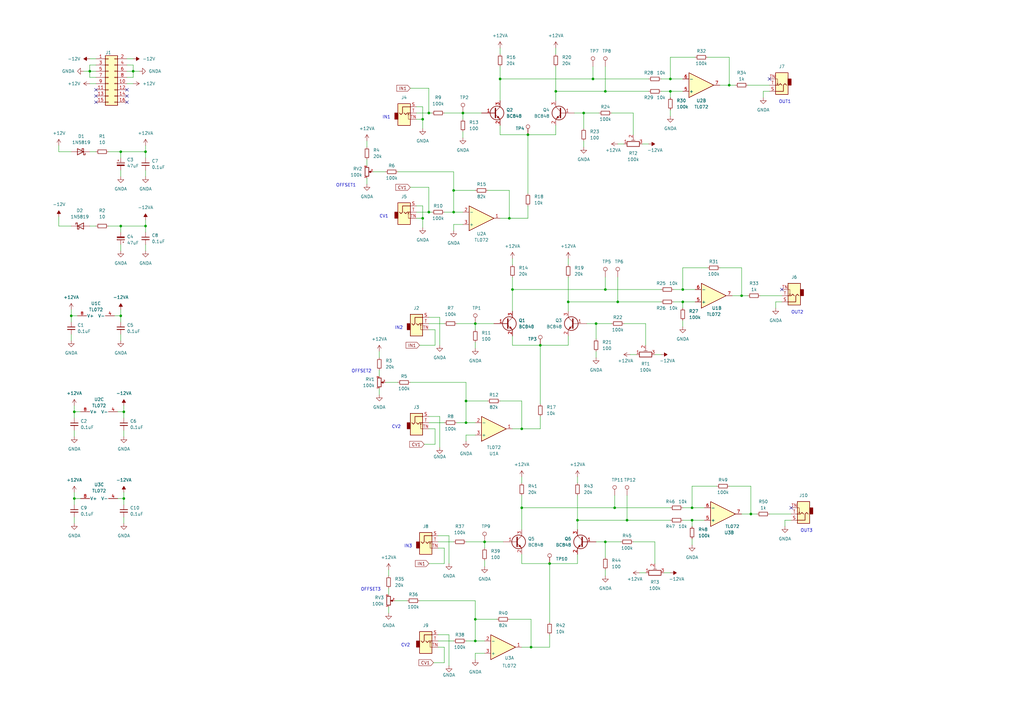
<source format=kicad_sch>
(kicad_sch (version 20211123) (generator eeschema)
  (paper "A3")
  (title_block (title "RAW VCA") (date "2022-04-07") (rev "v1.1") (company "sebmorgal@gmail.com"))
  (junction (at 186.055 86.995))
  (junction (at 173.355 89.535))
  (junction (at 280.035 118.745))
  (junction (at 175.895 46.355))
  (junction (at 189.865 46.355))
  (junction (at 29.21 129.54))
  (junction (at 173.355 48.895))
  (junction (at 217.805 265.43))
  (junction (at 274.955 32.385))
  (junction (at 213.995 175.895))
  (junction (at 216.535 55.245))
  (junction (at 299.085 34.925))
  (junction (at 210.185 118.745))
  (junction (at 191.135 173.355))
  (junction (at 198.755 222.25))
  (junction (at 205.105 32.385))
  (junction (at 49.53 129.54))
  (junction (at 175.895 86.995))
  (junction (at 194.945 254))
  (junction (at 208.915 89.535))
  (junction (at 186.055 78.105))
  (junction (at 225.425 231.14))
  (junction (at 49.53 92.71))
  (junction (at 49.53 62.23))
  (junction (at 50.8 168.91))
  (junction (at 50.8 204.47))
  (junction (at 213.995 208.28))
  (junction (at 244.475 132.715))
  (junction (at 36.83 29.21))
  (junction (at 248.285 37.465))
  (junction (at 304.165 121.285))
  (junction (at 307.975 210.82))
  (junction (at 191.135 164.465))
  (junction (at 59.69 62.23))
  (junction (at 194.945 262.89))
  (junction (at 59.69 92.71))
  (junction (at 248.285 118.745))
  (junction (at 239.395 46.355))
  (junction (at 252.095 208.28))
  (junction (at 227.965 37.465))
  (junction (at 283.845 213.36))
  (junction (at 30.48 168.91))
  (junction (at 280.035 123.825))
  (junction (at 233.045 123.825))
  (junction (at 283.845 208.28))
  (junction (at 194.945 132.715))
  (junction (at 221.615 141.605))
  (junction (at 257.175 213.36))
  (junction (at 274.955 37.465))
  (junction (at 243.205 32.385))
  (junction (at 248.285 222.25))
  (junction (at 253.365 123.825))
  (junction (at 54.61 29.21))
  (junction (at 30.48 204.47))
  (junction (at 236.855 213.36))
  (no_connect (at 39.37 36.83))
  (no_connect (at 324.485 208.28))
  (no_connect (at 52.07 41.91))
  (no_connect (at 315.595 32.385))
  (no_connect (at 39.37 39.37))
  (no_connect (at 52.07 39.37))
  (no_connect (at 52.07 36.83))
  (no_connect (at 39.37 41.91))
  (no_connect (at 320.675 118.745))
  (wire (pts (xy 191.135 173.355) (xy 194.945 173.355)))
  (wire (pts (xy 170.815 89.535) (xy 173.355 89.535)))
  (wire (pts (xy 198.755 222.25) (xy 206.375 222.25)))
  (wire (pts (xy 248.285 118.745) (xy 271.145 118.745)))
  (wire (pts (xy 259.715 222.25) (xy 268.605 222.25)))
  (wire (pts (xy 233.045 123.825) (xy 233.045 127.635)))
  (wire (pts (xy 295.275 109.855) (xy 304.165 109.855)))
  (wire (pts (xy 248.285 27.305) (xy 248.285 37.465)))
  (wire (pts (xy 283.845 199.39) (xy 283.845 208.28)))
  (wire (pts (xy 225.425 265.43) (xy 217.805 265.43)))
  (wire (pts (xy 217.805 265.43) (xy 213.995 265.43)))
  (wire (pts (xy 175.895 130.175) (xy 180.34 130.175)))
  (wire (pts (xy 182.245 46.355) (xy 189.865 46.355)))
  (wire (pts (xy 268.605 222.25) (xy 268.605 231.14)))
  (wire (pts (xy 210.185 137.795) (xy 210.185 141.605)))
  (wire (pts (xy 236.855 231.14) (xy 236.855 227.33)))
  (wire (pts (xy 250.825 46.355) (xy 259.715 46.355)))
  (wire (pts (xy 30.48 166.37) (xy 30.48 168.91)))
  (wire (pts (xy 321.945 213.36) (xy 321.945 215.9)))
  (wire (pts (xy 307.975 210.82) (xy 304.165 210.82)))
  (wire (pts (xy 180.34 130.175) (xy 180.34 141.605)))
  (wire (pts (xy 221.615 141.605) (xy 233.045 141.605)))
  (wire (pts (xy 155.575 159.385) (xy 155.575 161.925)))
  (wire (pts (xy 213.995 203.2) (xy 213.995 208.28)))
  (wire (pts (xy 264.795 132.715) (xy 264.795 141.605)))
  (wire (pts (xy 50.8 204.47) (xy 50.8 207.01)))
  (wire (pts (xy 168.275 36.195) (xy 175.895 36.195)))
  (wire (pts (xy 52.07 34.29) (xy 54.61 34.29)))
  (wire (pts (xy 150.495 57.785) (xy 150.495 60.325)))
  (wire (pts (xy 198.755 267.97) (xy 194.945 267.97)))
  (wire (pts (xy 253.365 59.055) (xy 255.905 59.055)))
  (wire (pts (xy 186.055 86.995) (xy 189.865 86.995)))
  (wire (pts (xy 255.905 132.715) (xy 264.795 132.715)))
  (wire (pts (xy 179.705 262.89) (xy 186.055 262.89)))
  (wire (pts (xy 307.975 199.39) (xy 307.975 210.82)))
  (wire (pts (xy 175.895 135.255) (xy 178.435 135.255)))
  (wire (pts (xy 205.105 32.385) (xy 243.205 32.385)))
  (wire (pts (xy 307.975 210.82) (xy 310.515 210.82)))
  (wire (pts (xy 227.965 19.685) (xy 227.965 22.225)))
  (wire (pts (xy 175.895 76.835) (xy 175.895 86.995)))
  (wire (pts (xy 175.895 173.355) (xy 182.245 173.355)))
  (wire (pts (xy 189.865 53.975) (xy 189.865 56.515)))
  (wire (pts (xy 280.035 213.36) (xy 283.845 213.36)))
  (wire (pts (xy 50.8 166.37) (xy 50.8 168.91)))
  (wire (pts (xy 194.945 254) (xy 194.945 262.89)))
  (wire (pts (xy 227.965 27.305) (xy 227.965 37.465)))
  (wire (pts (xy 179.705 265.43) (xy 182.245 265.43)))
  (wire (pts (xy 274.955 45.085) (xy 274.955 47.625)))
  (wire (pts (xy 315.595 210.82) (xy 324.485 210.82)))
  (wire (pts (xy 182.245 271.78) (xy 177.8 271.78)))
  (wire (pts (xy 50.8 201.93) (xy 50.8 204.47)))
  (wire (pts (xy 253.365 113.665) (xy 253.365 123.825)))
  (wire (pts (xy 155.575 151.765) (xy 155.575 154.305)))
  (wire (pts (xy 274.955 37.465) (xy 274.955 40.005)))
  (wire (pts (xy 150.495 65.405) (xy 150.495 67.945)))
  (wire (pts (xy 248.285 113.665) (xy 248.285 118.745)))
  (wire (pts (xy 30.48 204.47) (xy 30.48 207.01)))
  (wire (pts (xy 33.02 204.47) (xy 30.48 204.47)))
  (wire (pts (xy 191.135 222.25) (xy 198.755 222.25)))
  (wire (pts (xy 253.365 123.825) (xy 271.145 123.825)))
  (wire (pts (xy 44.45 92.71) (xy 49.53 92.71)))
  (wire (pts (xy 186.055 92.075) (xy 186.055 94.615)))
  (wire (pts (xy 194.945 140.335) (xy 194.945 142.875)))
  (wire (pts (xy 205.105 51.435) (xy 205.105 55.245)))
  (wire (pts (xy 194.945 132.715) (xy 202.565 132.715)))
  (wire (pts (xy 52.07 24.13) (xy 54.61 24.13)))
  (wire (pts (xy 236.855 195.58) (xy 236.855 198.12)))
  (wire (pts (xy 54.61 29.21) (xy 57.15 29.21)))
  (wire (pts (xy 208.915 78.105) (xy 208.915 89.535)))
  (wire (pts (xy 244.475 132.715) (xy 244.475 139.065)))
  (wire (pts (xy 50.8 168.91) (xy 50.8 171.45)))
  (wire (pts (xy 186.055 78.105) (xy 194.945 78.105)))
  (wire (pts (xy 294.005 199.39) (xy 283.845 199.39)))
  (wire (pts (xy 276.225 118.745) (xy 280.035 118.745)))
  (wire (pts (xy 30.48 176.53) (xy 30.48 179.07)))
  (wire (pts (xy 315.595 37.465) (xy 313.055 37.465)))
  (wire (pts (xy 163.195 70.485) (xy 186.055 70.485)))
  (wire (pts (xy 235.585 46.355) (xy 239.395 46.355)))
  (wire (pts (xy 191.135 164.465) (xy 200.025 164.465)))
  (wire (pts (xy 213.995 208.28) (xy 252.095 208.28)))
  (wire (pts (xy 59.69 64.77) (xy 59.69 62.23)))
  (wire (pts (xy 244.475 144.145) (xy 244.475 146.685)))
  (wire (pts (xy 50.8 176.53) (xy 50.8 179.07)))
  (wire (pts (xy 36.83 24.13) (xy 39.37 24.13)))
  (wire (pts (xy 182.245 224.79) (xy 182.245 231.14)))
  (wire (pts (xy 49.53 69.85) (xy 49.53 72.39)))
  (wire (pts (xy 240.665 132.715) (xy 244.475 132.715)))
  (wire (pts (xy 225.425 260.35) (xy 225.425 265.43)))
  (wire (pts (xy 172.085 246.38) (xy 194.945 246.38)))
  (wire (pts (xy 49.53 129.54) (xy 49.53 132.08)))
  (wire (pts (xy 263.525 59.055) (xy 266.065 59.055)))
  (wire (pts (xy 59.69 59.69) (xy 59.69 62.23)))
  (wire (pts (xy 49.53 100.33) (xy 49.53 102.87)))
  (wire (pts (xy 280.035 131.445) (xy 280.035 133.985)))
  (wire (pts (xy 173.355 48.895) (xy 173.355 52.705)))
  (wire (pts (xy 170.815 43.815) (xy 173.355 43.815)))
  (wire (pts (xy 170.815 48.895) (xy 173.355 48.895)))
  (wire (pts (xy 182.245 231.14) (xy 175.895 231.14)))
  (wire (pts (xy 304.165 109.855) (xy 304.165 121.285)))
  (wire (pts (xy 248.285 222.25) (xy 254.635 222.25)))
  (wire (pts (xy 290.195 109.855) (xy 280.035 109.855)))
  (wire (pts (xy 49.53 62.23) (xy 49.53 64.77)))
  (wire (pts (xy 48.26 204.47) (xy 50.8 204.47)))
  (wire (pts (xy 205.105 27.305) (xy 205.105 32.385)))
  (wire (pts (xy 59.69 62.23) (xy 49.53 62.23)))
  (wire (pts (xy 213.995 208.28) (xy 213.995 217.17)))
  (wire (pts (xy 194.945 262.89) (xy 198.755 262.89)))
  (wire (pts (xy 39.37 31.75) (xy 36.83 31.75)))
  (wire (pts (xy 36.83 29.21) (xy 34.29 29.21)))
  (wire (pts (xy 239.395 57.785) (xy 239.395 60.325)))
  (wire (pts (xy 324.485 213.36) (xy 321.945 213.36)))
  (wire (pts (xy 210.185 113.665) (xy 210.185 118.745)))
  (wire (pts (xy 225.425 231.14) (xy 225.425 255.27)))
  (wire (pts (xy 299.085 34.925) (xy 295.275 34.925)))
  (wire (pts (xy 233.045 123.825) (xy 253.365 123.825)))
  (wire (pts (xy 208.915 89.535) (xy 205.105 89.535)))
  (wire (pts (xy 49.53 137.16) (xy 49.53 139.7)))
  (wire (pts (xy 283.845 220.98) (xy 283.845 223.52)))
  (wire (pts (xy 191.135 262.89) (xy 194.945 262.89)))
  (wire (pts (xy 178.435 175.895) (xy 178.435 182.245)))
  (wire (pts (xy 52.07 26.67) (xy 54.61 26.67)))
  (wire (pts (xy 59.69 69.85) (xy 59.69 72.39)))
  (wire (pts (xy 236.855 213.36) (xy 257.175 213.36)))
  (wire (pts (xy 175.895 36.195) (xy 175.895 46.355)))
  (wire (pts (xy 213.995 195.58) (xy 213.995 198.12)))
  (wire (pts (xy 24.13 92.71) (xy 29.21 92.71)))
  (wire (pts (xy 306.705 34.925) (xy 315.595 34.925)))
  (wire (pts (xy 239.395 46.355) (xy 239.395 52.705)))
  (wire (pts (xy 170.815 84.455) (xy 173.355 84.455)))
  (wire (pts (xy 227.965 55.245) (xy 227.965 51.435)))
  (wire (pts (xy 210.185 106.045) (xy 210.185 108.585)))
  (wire (pts (xy 48.26 168.91) (xy 50.8 168.91)))
  (wire (pts (xy 221.615 170.815) (xy 221.615 175.895)))
  (wire (pts (xy 49.53 92.71) (xy 49.53 95.25)))
  (wire (pts (xy 217.805 254) (xy 217.805 265.43)))
  (wire (pts (xy 153.035 70.485) (xy 158.115 70.485)))
  (wire (pts (xy 274.955 32.385) (xy 280.035 32.385)))
  (wire (pts (xy 191.135 156.845) (xy 191.135 164.465)))
  (wire (pts (xy 210.185 118.745) (xy 210.185 127.635)))
  (wire (pts (xy 244.475 222.25) (xy 248.285 222.25)))
  (wire (pts (xy 210.185 118.745) (xy 248.285 118.745)))
  (wire (pts (xy 36.83 31.75) (xy 36.83 29.21)))
  (wire (pts (xy 39.37 26.67) (xy 36.83 26.67)))
  (wire (pts (xy 227.965 37.465) (xy 248.285 37.465)))
  (wire (pts (xy 194.945 132.715) (xy 194.945 135.255)))
  (wire (pts (xy 175.895 46.355) (xy 177.165 46.355)))
  (wire (pts (xy 271.145 37.465) (xy 274.955 37.465)))
  (wire (pts (xy 54.61 29.21) (xy 54.61 31.75)))
  (wire (pts (xy 257.175 203.2) (xy 257.175 213.36)))
  (wire (pts (xy 248.285 222.25) (xy 248.285 228.6)))
  (wire (pts (xy 213.995 164.465) (xy 213.995 175.895)))
  (wire (pts (xy 175.895 132.715) (xy 182.245 132.715)))
  (wire (pts (xy 311.785 121.285) (xy 320.675 121.285)))
  (wire (pts (xy 299.085 34.925) (xy 301.625 34.925)))
  (wire (pts (xy 155.575 144.145) (xy 155.575 146.685)))
  (wire (pts (xy 274.955 23.495) (xy 274.955 32.385)))
  (wire (pts (xy 280.035 123.825) (xy 280.035 126.365)))
  (wire (pts (xy 285.115 23.495) (xy 274.955 23.495)))
  (wire (pts (xy 194.945 178.435) (xy 191.135 178.435)))
  (wire (pts (xy 280.035 118.745) (xy 285.115 118.745)))
  (wire (pts (xy 262.255 234.95) (xy 264.795 234.95)))
  (wire (pts (xy 54.61 26.67) (xy 54.61 29.21)))
  (wire (pts (xy 24.13 62.23) (xy 29.21 62.23)))
  (wire (pts (xy 213.995 231.14) (xy 225.425 231.14)))
  (wire (pts (xy 236.855 213.36) (xy 236.855 217.17)))
  (wire (pts (xy 274.955 37.465) (xy 280.035 37.465)))
  (wire (pts (xy 221.615 175.895) (xy 213.995 175.895)))
  (wire (pts (xy 44.45 62.23) (xy 49.53 62.23)))
  (wire (pts (xy 225.425 231.14) (xy 236.855 231.14)))
  (wire (pts (xy 198.755 222.25) (xy 198.755 224.79)))
  (wire (pts (xy 175.895 86.995) (xy 177.165 86.995)))
  (wire (pts (xy 248.285 37.465) (xy 266.065 37.465)))
  (wire (pts (xy 50.8 212.09) (xy 50.8 214.63)))
  (wire (pts (xy 159.385 233.68) (xy 159.385 236.22)))
  (wire (pts (xy 320.675 123.825) (xy 318.135 123.825)))
  (wire (pts (xy 170.815 86.995) (xy 175.895 86.995)))
  (wire (pts (xy 159.385 241.3) (xy 159.385 243.84)))
  (wire (pts (xy 205.105 19.685) (xy 205.105 22.225)))
  (wire (pts (xy 233.045 141.605) (xy 233.045 137.795)))
  (wire (pts (xy 173.355 89.535) (xy 173.355 93.345)))
  (wire (pts (xy 30.48 201.93) (xy 30.48 204.47)))
  (wire (pts (xy 194.945 267.97) (xy 194.945 270.51)))
  (wire (pts (xy 180.34 170.815) (xy 180.34 183.515)))
  (wire (pts (xy 299.085 199.39) (xy 307.975 199.39)))
  (wire (pts (xy 198.755 229.87) (xy 198.755 232.41)))
  (wire (pts (xy 36.83 26.67) (xy 36.83 29.21)))
  (wire (pts (xy 283.845 213.36) (xy 288.925 213.36)))
  (wire (pts (xy 252.095 208.28) (xy 274.955 208.28)))
  (wire (pts (xy 59.69 92.71) (xy 49.53 92.71)))
  (wire (pts (xy 194.945 254) (xy 203.835 254)))
  (wire (pts (xy 283.845 213.36) (xy 283.845 215.9)))
  (wire (pts (xy 233.045 113.665) (xy 233.045 123.825)))
  (wire (pts (xy 29.21 137.16) (xy 29.21 139.7)))
  (wire (pts (xy 158.115 156.845) (xy 163.195 156.845)))
  (wire (pts (xy 173.355 84.455) (xy 173.355 89.535)))
  (wire (pts (xy 299.085 23.495) (xy 299.085 34.925)))
  (wire (pts (xy 59.69 100.33) (xy 59.69 102.87)))
  (wire (pts (xy 205.105 55.245) (xy 216.535 55.245)))
  (wire (pts (xy 272.415 234.95) (xy 274.955 234.95)))
  (wire (pts (xy 187.325 132.715) (xy 194.945 132.715)))
  (wire (pts (xy 318.135 123.825) (xy 318.135 126.365)))
  (wire (pts (xy 179.705 260.35) (xy 184.15 260.35)))
  (wire (pts (xy 205.105 32.385) (xy 205.105 41.275)))
  (wire (pts (xy 184.15 260.35) (xy 184.15 273.05)))
  (wire (pts (xy 168.275 156.845) (xy 191.135 156.845)))
  (wire (pts (xy 52.07 29.21) (xy 54.61 29.21)))
  (wire (pts (xy 244.475 132.715) (xy 250.825 132.715)))
  (wire (pts (xy 29.21 127) (xy 29.21 129.54)))
  (wire (pts (xy 304.165 121.285) (xy 300.355 121.285)))
  (wire (pts (xy 52.07 31.75) (xy 54.61 31.75)))
  (wire (pts (xy 271.145 32.385) (xy 274.955 32.385)))
  (wire (pts (xy 178.435 182.245) (xy 173.99 182.245)))
  (wire (pts (xy 258.445 145.415) (xy 260.985 145.415)))
  (wire (pts (xy 59.69 90.17) (xy 59.69 92.71)))
  (wire (pts (xy 161.925 246.38) (xy 167.005 246.38)))
  (wire (pts (xy 179.705 224.79) (xy 182.245 224.79)))
  (wire (pts (xy 24.13 88.9) (xy 24.13 92.71)))
  (wire (pts (xy 280.035 208.28) (xy 283.845 208.28)))
  (wire (pts (xy 216.535 55.245) (xy 216.535 79.375)))
  (wire (pts (xy 208.915 254) (xy 217.805 254)))
  (wire (pts (xy 36.83 62.23) (xy 39.37 62.23)))
  (wire (pts (xy 304.165 121.285) (xy 306.705 121.285)))
  (wire (pts (xy 213.995 175.895) (xy 210.185 175.895)))
  (wire (pts (xy 227.965 37.465) (xy 227.965 41.275)))
  (wire (pts (xy 179.705 219.71) (xy 184.15 219.71)))
  (wire (pts (xy 276.225 123.825) (xy 280.035 123.825)))
  (wire (pts (xy 257.175 213.36) (xy 274.955 213.36)))
  (wire (pts (xy 280.035 123.825) (xy 285.115 123.825)))
  (wire (pts (xy 210.185 141.605) (xy 221.615 141.605)))
  (wire (pts (xy 182.245 265.43) (xy 182.245 271.78)))
  (wire (pts (xy 280.035 109.855) (xy 280.035 118.745)))
  (wire (pts (xy 30.48 168.91) (xy 30.48 171.45)))
  (wire (pts (xy 221.615 141.605) (xy 221.615 165.735)))
  (wire (pts (xy 290.195 23.495) (xy 299.085 23.495)))
  (wire (pts (xy 216.535 89.535) (xy 208.915 89.535)))
  (wire (pts (xy 29.21 129.54) (xy 29.21 132.08)))
  (wire (pts (xy 150.495 73.025) (xy 150.495 75.565)))
  (wire (pts (xy 186.055 78.105) (xy 186.055 86.995)))
  (wire (pts (xy 216.535 84.455) (xy 216.535 89.535)))
  (wire (pts (xy 36.83 34.29) (xy 39.37 34.29)))
  (wire (pts (xy 239.395 46.355) (xy 245.745 46.355)))
  (wire (pts (xy 36.83 29.21) (xy 39.37 29.21)))
  (wire (pts (xy 24.13 59.69) (xy 24.13 62.23)))
  (wire (pts (xy 187.325 173.355) (xy 191.135 173.355)))
  (wire (pts (xy 173.355 43.815) (xy 173.355 48.895)))
  (wire (pts (xy 243.205 27.305) (xy 243.205 32.385)))
  (wire (pts (xy 178.435 141.605) (xy 172.085 141.605)))
  (wire (pts (xy 184.15 219.71) (xy 184.15 231.14)))
  (wire (pts (xy 30.48 212.09) (xy 30.48 214.63)))
  (wire (pts (xy 189.865 46.355) (xy 189.865 48.895)))
  (wire (pts (xy 182.245 86.995) (xy 186.055 86.995)))
  (wire (pts (xy 175.895 175.895) (xy 178.435 175.895)))
  (wire (pts (xy 170.815 46.355) (xy 175.895 46.355)))
  (wire (pts (xy 189.865 92.075) (xy 186.055 92.075)))
  (wire (pts (xy 259.715 46.355) (xy 259.715 55.245)))
  (wire (pts (xy 194.945 246.38) (xy 194.945 254)))
  (wire (pts (xy 268.605 145.415) (xy 271.145 145.415)))
  (wire (pts (xy 200.025 78.105) (xy 208.915 78.105)))
  (wire (pts (xy 179.705 222.25) (xy 186.055 222.25)))
  (wire (pts (xy 178.435 135.255) (xy 178.435 141.605)))
  (wire (pts (xy 186.055 70.485) (xy 186.055 78.105)))
  (wire (pts (xy 31.75 129.54) (xy 29.21 129.54)))
  (wire (pts (xy 36.83 92.71) (xy 39.37 92.71)))
  (wire (pts (xy 205.105 164.465) (xy 213.995 164.465)))
  (wire (pts (xy 59.69 95.25) (xy 59.69 92.71)))
  (wire (pts (xy 189.865 46.355) (xy 197.485 46.355)))
  (wire (pts (xy 49.53 127) (xy 49.53 129.54)))
  (wire (pts (xy 33.02 168.91) (xy 30.48 168.91)))
  (wire (pts (xy 159.385 248.92) (xy 159.385 251.46)))
  (wire (pts (xy 191.135 178.435) (xy 191.135 180.975)))
  (wire (pts (xy 213.995 227.33) (xy 213.995 231.14)))
  (wire (pts (xy 236.855 203.2) (xy 236.855 213.36)))
  (wire (pts (xy 313.055 37.465) (xy 313.055 40.005)))
  (wire (pts (xy 191.135 164.465) (xy 191.135 173.355)))
  (wire (pts (xy 168.275 76.835) (xy 175.895 76.835)))
  (wire (pts (xy 216.535 55.245) (xy 227.965 55.245)))
  (wire (pts (xy 248.285 233.68) (xy 248.285 236.22)))
  (wire (pts (xy 252.095 203.2) (xy 252.095 208.28)))
  (wire (pts (xy 243.205 32.385) (xy 266.065 32.385)))
  (wire (pts (xy 46.99 129.54) (xy 49.53 129.54)))
  (wire (pts (xy 233.045 106.045) (xy 233.045 108.585)))
  (wire (pts (xy 175.895 170.815) (xy 180.34 170.815)))
  (wire (pts (xy 283.845 208.28) (xy 288.925 208.28)))
  (text "OUT3" (at 328.295 218.44 0) (effects (font (size 1.27 1.27)) (justify left bottom)))
  (text "IN3" (at 165.735 224.79 0) (effects (font (size 1.27 1.27)) (justify left bottom)))
  (text "IN1" (at 156.845 48.895 0) (effects (font (size 1.27 1.27)) (justify left bottom)))
  (text "CV1" (at 155.575 89.535 0) (effects (font (size 1.27 1.27)) (justify left bottom)))
  (text "CV2" (at 164.465 265.43 0) (effects (font (size 1.27 1.27)) (justify left bottom)))
  (text "CV2" (at 160.655 175.895 0) (effects (font (size 1.27 1.27)) (justify left bottom)))
  (text "OFFSET3" (at 147.955 242.57 0) (effects (font (size 1.27 1.27)) (justify left bottom)))
  (text "OUT1" (at 319.405 42.545 0) (effects (font (size 1.27 1.27)) (justify left bottom)))
  (text "OFFSET1" (at 137.795 76.835 0) (effects (font (size 1.27 1.27)) (justify left bottom)))
  (text "IN2" (at 161.925 135.255 0) (effects (font (size 1.27 1.27)) (justify left bottom)))
  (text "OUT2" (at 324.485 128.905 0) (effects (font (size 1.27 1.27)) (justify left bottom)))
  (text "OFFSET2" (at 144.145 153.035 0) (effects (font (size 1.27 1.27)) (justify left bottom)))
  (global_label "IN1" (shape input) (at 172.085 141.605 180) (property "Intersheet References" "${INTERSHEET_REFS}" (effects hide)))
  (global_label "CV1" (shape input) (at 177.8 271.78 180) (property "Intersheet References" "${INTERSHEET_REFS}" (effects hide)))
  (global_label "IN1" (shape input) (at 175.895 231.14 180) (property "Intersheet References" "${INTERSHEET_REFS}" (effects hide)))
  (global_label "IN1" (shape input) (at 168.275 36.195 180) (property "Intersheet References" "${INTERSHEET_REFS}" (effects hide)))
  (global_label "CV1" (shape input) (at 168.275 76.835 180) (property "Intersheet References" "${INTERSHEET_REFS}" (effects hide)))
  (global_label "CV1" (shape input) (at 173.99 182.245 180) (property "Intersheet References" "${INTERSHEET_REFS}" (effects hide)))
  (symbol (lib_id "power:+12V") (at 36.83 34.29 90) (unit 1)
    (property "Reference" "#PWR09" (effects hide))
    (property "Value" "+12V" (at 33.02 34.2899 90) (effects (justify left)))
  )
  (symbol (lib_id "Device:R_Potentiometer_Trim") (at 264.795 145.415 90) (unit 1)
    (property "Reference" "RT1" (at 264.795 149.225 90))
    (property "Value" "100k" (at 264.795 151.765 90))
    (property "Footprint" "Potentiometer_THT:Potentiometer_Bourns_3296W_Vertical" (effects hide))
  )
  (symbol (lib_id "power:+12VA") (at 29.21 127 0) (unit 1)
    (property "Reference" "#PWR03" (effects hide))
    (property "Value" "+12VA" (at 29.21 121.92 0))
  )
  (symbol (lib_id "Amplifier_Operational:TL072") (at 202.565 175.895 0) (mirror x) (unit 1)
    (property "Reference" "U1" (at 202.565 186.055 0))
    (property "Value" "TL072" (at 202.565 183.515 0))
    (property "Footprint" "Package_SO:SOIC-8_3.9x4.9mm_P1.27mm" (effects hide))
    (property "Datasheet" "http://www.ti.com/lit/ds/symlink/tl071.pdf" (effects hide))
  )
  (symbol (lib_id "Connector:AudioJack2_SwitchT") (at 174.625 262.89 0) (unit 1)
    (property "Reference" "J9" (at 174.625 256.54 0))
    (property "Value" "AudioJack2_SwitchT" (effects hide))
    (property "Footprint" "Connector_Audio:Jack_3.5mm_QingPu_WQP-PJ398SM_Vertical_CircularHoles" (effects hide))
  )
  (symbol (lib_id "power:GNDA") (at 244.475 146.685 0) (unit 1)
    (property "Reference" "#PWR039" (effects hide))
    (property "Value" "GNDA" (at 244.475 151.765 0))
  )
  (symbol (lib_id "Diode:1N5819") (at 33.02 92.71 0) (unit 1)
    (property "Reference" "D2" (at 32.7025 86.36 0))
    (property "Value" "1N5819" (at 32.7025 88.9 0))
    (property "Footprint" "Diode_SMD:D_SOD-123" (effects hide))
    (property "Datasheet" "http://www.vishay.com/docs/88525/1n5817.pdf" (effects hide))
  )
  (symbol (lib_id "Connector:TestPoint") (at 194.945 132.715 0) (unit 1)
    (property "Reference" "TP1" (at 193.675 126.365 0) (effects (justify left)))
    (property "Value" "TestPoint" (effects hide))
    (property "Footprint" "TestPoint:TestPoint_Pad_D1.5mm" (effects hide))
  )
  (symbol (lib_id "Connector:TestPoint") (at 198.755 222.25 0) (unit 1)
    (property "Reference" "TP9" (at 197.485 215.9 0) (effects (justify left)))
    (property "Value" "TestPoint" (effects hide))
    (property "Footprint" "TestPoint:TestPoint_Pad_D1.5mm" (effects hide))
  )
  (symbol (lib_id "Connector_Generic:Conn_02x08_Odd_Even") (at 44.45 31.75 0) (unit 1)
    (property "Reference" "J1" (at 44.45 21.59 0))
    (property "Value" "Conn_02x08_Odd_Even" (effects hide))
    (property "Footprint" "Connector_PinHeader_2.54mm:PinHeader_2x08_P2.54mm_Vertical_SMD" (effects hide))
  )
  (symbol (lib_id "Device:R_Small") (at 184.785 132.715 270) (unit 1)
    (property "Reference" "R7" (at 184.785 126.365 90))
    (property "Value" "100k" (at 184.785 128.905 90))
    (property "Footprint" "Resistor_SMD:R_0603_1608Metric_Pad0.98x0.95mm_HandSolder" (effects hide))
  )
  (symbol (lib_id "Connector:AudioJack2_SwitchT") (at 165.735 86.995 0) (unit 1)
    (property "Reference" "J5" (at 165.735 80.645 0))
    (property "Value" "AudioJack2_SwitchT" (effects hide))
    (property "Footprint" "Connector_Audio:Jack_3.5mm_QingPu_WQP-PJ398SM_Vertical_CircularHoles" (effects hide))
  )
  (symbol (lib_id "Amplifier_Operational:TL072") (at 39.37 127 90) (unit 3)
    (property "Reference" "U1" (at 39.37 124.46 90))
    (property "Value" "TL072" (at 39.37 127 90))
    (property "Footprint" "Package_SO:SOIC-8_3.9x4.9mm_P1.27mm" (effects hide))
    (property "Datasheet" "http://www.ti.com/lit/ds/symlink/tl071.pdf" (effects hide))
  )
  (symbol (lib_id "power:GNDA") (at 239.395 60.325 0) (unit 1)
    (property "Reference" "#PWR040" (effects hide))
    (property "Value" "GNDA" (at 239.395 65.405 0))
  )
  (symbol (lib_id "Device:R_Small") (at 150.495 62.865 0) (unit 1)
    (property "Reference" "R4" (at 153.035 61.5949 0) (effects (justify left)))
    (property "Value" "20k" (at 153.035 64.1349 0) (effects (justify left)))
    (property "Footprint" "Resistor_SMD:R_0603_1608Metric_Pad0.98x0.95mm_HandSolder" (effects hide))
  )
  (symbol (lib_id "Device:R_Small") (at 194.945 137.795 0) (unit 1)
    (property "Reference" "R11" (at 197.485 136.5249 0) (effects (justify left)))
    (property "Value" "100" (at 197.485 139.0649 0) (effects (justify left)))
    (property "Footprint" "Resistor_SMD:R_0603_1608Metric_Pad0.98x0.95mm_HandSolder" (effects hide))
  )
  (symbol (lib_id "power:+12V") (at 24.13 59.69 0) (unit 1)
    (property "Reference" "#PWR01" (effects hide))
    (property "Value" "+12V" (at 21.59 54.61 0) (effects (justify left)))
  )
  (symbol (lib_id "power:+12VA") (at 213.995 195.58 0) (unit 1)
    (property "Reference" "#PWR0109" (effects hide))
    (property "Value" "+12VA" (at 213.995 190.5 0))
  )
  (symbol (lib_id "Device:R_Small") (at 227.965 24.765 0) (unit 1)
    (property "Reference" "R20" (at 230.505 23.4949 0) (effects (justify left)))
    (property "Value" "20k" (at 230.505 26.0349 0) (effects (justify left)))
    (property "Footprint" "Resistor_SMD:R_0603_1608Metric_Pad0.98x0.95mm_HandSolder" (effects hide))
  )
  (symbol (lib_id "Device:R_Small") (at 268.605 37.465 90) (unit 1)
    (property "Reference" "R29" (at 266.065 40.005 90))
    (property "Value" "10k" (at 271.145 40.005 90))
    (property "Footprint" "Resistor_SMD:R_0603_1608Metric_Pad0.98x0.95mm_HandSolder" (effects hide))
  )
  (symbol (lib_id "Device:R_Small") (at 165.735 156.845 270) (unit 1)
    (property "Reference" "R5" (at 165.735 154.305 90))
    (property "Value" "100k" (at 165.735 159.385 90))
    (property "Footprint" "Resistor_SMD:R_0603_1608Metric_Pad0.98x0.95mm_HandSolder" (effects hide))
  )
  (symbol (lib_id "Device:R_Small") (at 239.395 55.245 0) (unit 1)
    (property "Reference" "R23" (at 241.935 53.9749 0) (effects (justify left)))
    (property "Value" "100" (at 241.935 56.5149 0) (effects (justify left)))
    (property "Footprint" "Resistor_SMD:R_0603_1608Metric_Pad0.98x0.95mm_HandSolder" (effects hide))
  )
  (symbol (lib_id "power:GNDA") (at 194.945 142.875 0) (unit 1)
    (property "Reference" "#PWR032" (effects hide))
    (property "Value" "GNDA" (at 194.945 147.955 0))
  )
  (symbol (lib_id "Device:R_Small") (at 159.385 238.76 0) (unit 1)
    (property "Reference" "R35" (at 161.925 237.4899 0) (effects (justify left)))
    (property "Value" "20k" (at 161.925 240.0299 0) (effects (justify left)))
    (property "Footprint" "Resistor_SMD:R_0603_1608Metric_Pad0.98x0.95mm_HandSolder" (effects hide))
  )
  (symbol (lib_id "power:+12VA") (at 30.48 201.93 0) (unit 1)
    (property "Reference" "#PWR049" (effects hide))
    (property "Value" "+12VA" (at 30.48 196.85 0))
  )
  (symbol (lib_id "power:GNDA") (at 30.48 214.63 0) (unit 1)
    (property "Reference" "#PWR050" (effects hide))
    (property "Value" "GNDA" (at 30.48 219.71 0))
  )
  (symbol (lib_id "Connector:AudioJack2_SwitchT") (at 174.625 222.25 0) (unit 1)
    (property "Reference" "J8" (at 174.625 215.9 0))
    (property "Value" "AudioJack2_SwitchT" (effects hide))
    (property "Footprint" "Connector_Audio:Jack_3.5mm_QingPu_WQP-PJ398SM_Vertical_CircularHoles" (effects hide))
  )
  (symbol (lib_id "power:GNDA") (at 50.8 179.07 0) (unit 1)
    (property "Reference" "#PWR015" (effects hide))
    (property "Value" "GNDA" (at 50.8 184.15 0))
  )
  (symbol (lib_id "power:GNDA") (at 57.15 29.21 90) (unit 1)
    (property "Reference" "#PWR018" (effects hide))
    (property "Value" "GNDA" (at 60.9628 29.2099 90) (effects (justify right)))
  )
  (symbol (lib_id "power:+12VA") (at 262.255 234.95 90) (unit 1)
    (property "Reference" "#PWR0110" (effects hide))
    (property "Value" "+12VA" (at 257.175 237.49 90) (effects (justify right)))
  )
  (symbol (lib_id "Device:C_Small") (at 59.69 67.31 0) (unit 1)
    (property "Reference" "C7" (at 62.23 66.0462 0) (effects (justify left)))
    (property "Value" "0.1uF" (at 62.23 68.5862 0) (effects (justify left)))
    (property "Footprint" "Capacitor_SMD:C_0603_1608Metric_Pad1.08x0.95mm_HandSolder" (effects hide))
  )
  (symbol (lib_id "Device:R_Small") (at 309.245 121.285 90) (unit 1)
    (property "Reference" "R33" (at 309.245 116.205 90))
    (property "Value" "1k" (at 309.245 118.745 90))
    (property "Footprint" "Resistor_SMD:R_0603_1608Metric_Pad0.98x0.95mm_HandSolder" (effects hide))
  )
  (symbol (lib_id "Device:C_Polarized_Small") (at 49.53 97.79 180) (unit 1)
    (property "Reference" "C4" (at 52.07 97.066 0) (effects (justify right)))
    (property "Value" "47uF" (at 52.07 99.606 0) (effects (justify right)))
    (property "Footprint" "Capacitor_SMD:CP_Elec_6.3x5.4" (effects hide))
  )
  (symbol (lib_id "power:+12VA") (at 210.185 106.045 0) (unit 1)
    (property "Reference" "#PWR0105" (effects hide))
    (property "Value" "+12VA" (at 210.185 100.965 0))
  )
  (symbol (lib_id "Device:R_Small") (at 244.475 141.605 0) (unit 1)
    (property "Reference" "R21" (at 247.015 140.3349 0) (effects (justify left)))
    (property "Value" "100" (at 247.015 142.8749 0) (effects (justify left)))
    (property "Footprint" "Resistor_SMD:R_0603_1608Metric_Pad0.98x0.95mm_HandSolder" (effects hide))
  )
  (symbol (lib_id "power:-12VA") (at 49.53 127 0) (unit 1)
    (property "Reference" "#PWR012" (effects hide))
    (property "Value" "-12VA" (at 49.53 121.92 0))
  )
  (symbol (lib_id "power:GNDA") (at 280.035 133.985 0) (unit 1)
    (property "Reference" "#PWR044" (effects hide))
    (property "Value" "GNDA" (at 280.035 139.065 0))
  )
  (symbol (lib_id "power:GNDA") (at 155.575 161.925 0) (unit 1)
    (property "Reference" "#PWR024" (effects hide))
    (property "Value" "GNDA" (at 155.575 167.005 0))
  )
  (symbol (lib_id "power:-12V") (at 36.83 24.13 90) (unit 1)
    (property "Reference" "#PWR08" (effects hide))
    (property "Value" "-12V" (at 33.02 24.13 90) (effects (justify left)))
  )
  (symbol (lib_id "Device:R_Small") (at 225.425 257.81 0) (unit 1)
    (property "Reference" "R42" (at 227.965 256.5399 0) (effects (justify left)))
    (property "Value" "10k" (at 227.965 259.0799 0) (effects (justify left)))
    (property "Footprint" "Resistor_SMD:R_0603_1608Metric_Pad0.98x0.95mm_HandSolder" (effects hide))
  )
  (symbol (lib_id "Device:R_Small") (at 216.535 81.915 0) (unit 1)
    (property "Reference" "R18" (at 219.075 80.6449 0) (effects (justify left)))
    (property "Value" "10k" (at 219.075 83.1849 0) (effects (justify left)))
    (property "Footprint" "Resistor_SMD:R_0603_1608Metric_Pad0.98x0.95mm_HandSolder" (effects hide))
  )
  (symbol (lib_id "Connector:TestPoint") (at 189.865 46.355 0) (unit 1)
    (property "Reference" "TP2" (at 188.595 40.005 0) (effects (justify left)))
    (property "Value" "TestPoint" (effects hide))
    (property "Footprint" "TestPoint:TestPoint_Pad_D1.5mm" (effects hide))
  )
  (symbol (lib_id "Device:R_Small") (at 188.595 262.89 270) (unit 1)
    (property "Reference" "R38" (at 188.595 260.35 90))
    (property "Value" "100k" (at 188.595 265.43 90))
    (property "Footprint" "Resistor_SMD:R_0603_1608Metric_Pad0.98x0.95mm_HandSolder" (effects hide))
  )
  (symbol (lib_id "Connector:AudioJack2_SwitchT") (at 320.675 34.925 180) (unit 1)
    (property "Reference" "J7" (at 320.675 27.305 0))
    (property "Value" "AudioJack2_SwitchT" (effects hide))
    (property "Footprint" "Connector_Audio:Jack_3.5mm_QingPu_WQP-PJ398SM_Vertical_CircularHoles" (effects hide))
  )
  (symbol (lib_id "Device:R_Small") (at 233.045 111.125 0) (unit 1)
    (property "Reference" "R19" (at 235.585 109.8549 0) (effects (justify left)))
    (property "Value" "20k" (at 235.585 112.3949 0) (effects (justify left)))
    (property "Footprint" "Resistor_SMD:R_0603_1608Metric_Pad0.98x0.95mm_HandSolder" (effects hide))
  )
  (symbol (lib_id "Device:R_Small") (at 205.105 24.765 0) (unit 1)
    (property "Reference" "R16" (at 207.645 23.4949 0) (effects (justify left)))
    (property "Value" "20k" (at 207.645 26.0349 0) (effects (justify left)))
    (property "Footprint" "Resistor_SMD:R_0603_1608Metric_Pad0.98x0.95mm_HandSolder" (effects hide))
  )
  (symbol (lib_id "Amplifier_Operational:TL072") (at 296.545 210.82 0) (mirror x) (unit 2)
    (property "Reference" "U3" (at 299.085 218.44 0))
    (property "Value" "TL072" (at 300.355 215.9 0))
    (property "Footprint" "Package_SO:SOIC-8_3.9x4.9mm_P1.27mm" (effects hide))
    (property "Datasheet" "http://www.ti.com/lit/ds/symlink/tl071.pdf" (effects hide))
  )
  (symbol (lib_id "Device:R_Small") (at 273.685 123.825 90) (unit 1)
    (property "Reference" "R26" (at 271.145 126.365 90))
    (property "Value" "10k" (at 276.225 126.365 90))
    (property "Footprint" "Resistor_SMD:R_0603_1608Metric_Pad0.98x0.95mm_HandSolder" (effects hide))
  )
  (symbol (lib_id "power:GNDA") (at 313.055 40.005 0) (unit 1)
    (property "Reference" "#PWR048" (effects hide))
    (property "Value" "GNDA" (at 313.055 45.085 0))
  )
  (symbol (lib_id "power:+12V") (at 54.61 34.29 270) (unit 1)
    (property "Reference" "#PWR017" (effects hide))
    (property "Value" "+12V" (at 58.42 34.2899 90) (effects (justify left)))
  )
  (symbol (lib_id "power:GNDA") (at 194.945 270.51 0) (unit 1)
    (property "Reference" "#PWR057" (effects hide))
    (property "Value" "GNDA" (at 194.945 275.59 0))
  )
  (symbol (lib_id "power:GNDA") (at 49.53 139.7 0) (unit 1)
    (property "Reference" "#PWR013" (effects hide))
    (property "Value" "GNDA" (at 49.53 144.78 0))
  )
  (symbol (lib_id "Device:R_Small") (at 197.485 78.105 270) (unit 1)
    (property "Reference" "R15" (at 197.485 75.565 90))
    (property "Value" "82k" (at 197.485 80.645 90))
    (property "Footprint" "Resistor_SMD:R_0603_1608Metric_Pad0.98x0.95mm_HandSolder" (effects hide))
  )
  (symbol (lib_id "Connector:AudioJack2_SwitchT") (at 325.755 121.285 180) (unit 1)
    (property "Reference" "J6" (at 325.755 113.665 0))
    (property "Value" "AudioJack2_SwitchT" (effects hide))
    (property "Footprint" "Connector_Audio:Jack_3.5mm_QingPu_WQP-PJ398SM_Vertical_CircularHoles" (effects hide))
  )
  (symbol (lib_id "Device:R_Small") (at 179.705 86.995 270) (unit 1)
    (property "Reference" "R10" (at 179.705 84.455 90))
    (property "Value" "100k" (at 179.705 89.535 90))
    (property "Footprint" "Resistor_SMD:R_0603_1608Metric_Pad0.98x0.95mm_HandSolder" (effects hide))
  )
  (symbol (lib_id "Device:R_Potentiometer_Trim") (at 259.715 59.055 90) (unit 1)
    (property "Reference" "RT2" (at 259.715 62.865 90))
    (property "Value" "100k" (at 259.715 65.405 90))
    (property "Footprint" "Potentiometer_THT:Potentiometer_Bourns_3296W_Vertical" (effects hide))
  )
  (symbol (lib_id "Connector:AudioJack2_SwitchT") (at 170.815 173.355 0) (unit 1)
    (property "Reference" "J3" (at 170.815 167.005 0))
    (property "Value" "AudioJack2_SwitchT" (effects hide))
    (property "Footprint" "Connector_Audio:Jack_3.5mm_QingPu_WQP-PJ398SM_Vertical_CircularHoles" (effects hide))
  )
  (symbol (lib_id "Device:R_Small") (at 274.955 42.545 0) (unit 1)
    (property "Reference" "R30" (at 277.495 41.2749 0) (effects (justify left)))
    (property "Value" "100k" (at 277.495 43.8149 0) (effects (justify left)))
    (property "Footprint" "Resistor_SMD:R_0603_1608Metric_Pad0.98x0.95mm_HandSolder" (effects hide))
  )
  (symbol (lib_id "power:GNDA") (at 198.755 232.41 0) (unit 1)
    (property "Reference" "#PWR058" (effects hide))
    (property "Value" "GNDA" (at 198.755 237.49 0))
  )
  (symbol (lib_id "Amplifier_Operational:TL072") (at 292.735 121.285 0) (mirror x) (unit 2)
    (property "Reference" "U1" (at 294.005 126.365 0))
    (property "Value" "TL072" (at 292.735 128.905 0))
    (property "Footprint" "Package_SO:SOIC-8_3.9x4.9mm_P1.27mm" (effects hide))
    (property "Datasheet" "http://www.ti.com/lit/ds/symlink/tl071.pdf" (effects hide))
  )
  (symbol (lib_id "Device:R_Small") (at 280.035 128.905 0) (unit 1)
    (property "Reference" "R27" (at 282.575 127.6349 0) (effects (justify left)))
    (property "Value" "100k" (at 282.575 130.1749 0) (effects (justify left)))
    (property "Footprint" "Resistor_SMD:R_0603_1608Metric_Pad0.98x0.95mm_HandSolder" (effects hide))
  )
  (symbol (lib_id "power:+12VA") (at 258.445 145.415 90) (unit 1)
    (property "Reference" "#PWR0114" (effects hide))
    (property "Value" "+12VA" (at 253.365 147.955 90) (effects (justify right)))
  )
  (symbol (lib_id "power:+12VA") (at 233.045 106.045 0) (unit 1)
    (property "Reference" "#PWR0104" (effects hide))
    (property "Value" "+12VA" (at 233.045 100.965 0))
  )
  (symbol (lib_id "Transistor_BJT:BC848") (at 202.565 46.355 0) (unit 1)
    (property "Reference" "Q2" (at 207.645 45.0849 0) (effects (justify left)))
    (property "Value" "BC848" (at 207.645 47.6249 0) (effects (justify left)))
    (property "Footprint" "Package_TO_SOT_SMD:SOT-23" (effects hide))
    (property "Datasheet" "http://www.infineon.com/dgdl/Infineon-BC847SERIES_BC848SERIES_BC849SERIES_BC850SERIES-DS-v01_01-en.pdf?fileId=db3a304314dca389011541d4630a1657" (effects hide))
  )
  (symbol (lib_id "power:GNDA") (at 29.21 139.7 0) (unit 1)
    (property "Reference" "#PWR04" (effects hide))
    (property "Value" "GNDA" (at 29.21 144.78 0))
  )
  (symbol (lib_id "power:GNDA") (at 184.15 273.05 0) (unit 1)
    (property "Reference" "#PWR056" (effects hide))
    (property "Value" "GNDA" (at 184.15 276.86 0))
  )
  (symbol (lib_id "power:GNDA") (at 318.135 126.365 0) (unit 1)
    (property "Reference" "#PWR047" (effects hide))
    (property "Value" "GNDA" (at 318.135 131.445 0))
  )
  (symbol (lib_id "power:-12V") (at 54.61 24.13 270) (unit 1)
    (property "Reference" "#PWR016" (effects hide))
    (property "Value" "-12V" (at 58.42 24.1299 90) (effects (justify left)))
  )
  (symbol (lib_id "Amplifier_Operational:TL072") (at 206.375 265.43 0) (mirror x) (unit 1)
    (property "Reference" "U3" (at 208.915 269.875 0))
    (property "Value" "TL072" (at 208.915 273.05 0))
    (property "Footprint" "Package_SO:SOIC-8_3.9x4.9mm_P1.27mm" (effects hide))
    (property "Datasheet" "http://www.ti.com/lit/ds/symlink/tl071.pdf" (effects hide))
  )
  (symbol (lib_id "Device:C_Small") (at 49.53 134.62 0) (unit 1)
    (property "Reference" "C5" (at 52.07 133.3562 0) (effects (justify left)))
    (property "Value" "0.1uF" (at 52.07 135.8962 0) (effects (justify left)))
    (property "Footprint" "Capacitor_SMD:C_0603_1608Metric_Pad1.08x0.95mm_HandSolder" (effects hide))
  )
  (symbol (lib_id "Transistor_BJT:BC848") (at 207.645 132.715 0) (unit 1)
    (property "Reference" "Q1" (at 212.725 131.4449 0) (effects (justify left)))
    (property "Value" "BC848" (at 212.725 133.9849 0) (effects (justify left)))
    (property "Footprint" "Package_TO_SOT_SMD:SOT-23" (effects hide))
    (property "Datasheet" "http://www.infineon.com/dgdl/Infineon-BC847SERIES_BC848SERIES_BC849SERIES_BC850SERIES-DS-v01_01-en.pdf?fileId=db3a304314dca389011541d4630a1657" (effects hide))
  )
  (symbol (lib_id "Connector:TestPoint") (at 252.095 203.2 0) (unit 1)
    (property "Reference" "TP11" (at 250.825 196.85 0) (effects (justify left)))
    (property "Value" "TestPoint" (effects hide))
    (property "Footprint" "TestPoint:TestPoint_Pad_D1.5mm" (effects hide))
  )
  (symbol (lib_id "power:GNDA") (at 50.8 214.63 0) (unit 1)
    (property "Reference" "#PWR052" (effects hide))
    (property "Value" "GNDA" (at 50.8 219.71 0))
  )
  (symbol (lib_id "Connector:TestPoint") (at 248.285 113.665 0) (unit 1)
    (property "Reference" "TP5" (at 247.015 107.315 0) (effects (justify left)))
    (property "Value" "TestPoint" (effects hide))
    (property "Footprint" "TestPoint:TestPoint_Pad_D1.5mm" (effects hide))
  )
  (symbol (lib_id "Device:R_Small") (at 257.175 222.25 270) (unit 1)
    (property "Reference" "R45" (at 257.175 219.71 90))
    (property "Value" "100k" (at 257.175 224.79 90))
    (property "Footprint" "Resistor_SMD:R_0603_1608Metric_Pad0.98x0.95mm_HandSolder" (effects hide))
  )
  (symbol (lib_id "Device:R_Small") (at 277.495 213.36 90) (unit 1)
    (property "Reference" "R47" (at 274.955 215.9 90))
    (property "Value" "10k" (at 280.035 215.9 90))
    (property "Footprint" "Resistor_SMD:R_0603_1608Metric_Pad0.98x0.95mm_HandSolder" (effects hide))
  )
  (symbol (lib_id "Device:R_Small") (at 236.855 200.66 0) (unit 1)
    (property "Reference" "R43" (at 239.395 199.3899 0) (effects (justify left)))
    (property "Value" "20k" (at 239.395 201.9299 0) (effects (justify left)))
    (property "Footprint" "Resistor_SMD:R_0603_1608Metric_Pad0.98x0.95mm_HandSolder" (effects hide))
  )
  (symbol (lib_id "power:GNDA") (at 49.53 72.39 0) (unit 1)
    (property "Reference" "#PWR010" (effects hide))
    (property "Value" "GNDA" (at 49.53 77.47 0))
  )
  (symbol (lib_id "Device:R_Small") (at 41.91 92.71 90) (unit 1)
    (property "Reference" "R2" (at 41.91 86.36 90))
    (property "Value" "10" (at 41.91 88.9 90))
    (property "Footprint" "Resistor_SMD:R_0805_2012Metric_Pad1.20x1.40mm_HandSolder" (effects hide))
  )
  (symbol (lib_id "power:GNDA") (at 150.495 75.565 0) (unit 1)
    (property "Reference" "#PWR026" (effects hide))
    (property "Value" "GNDA" (at 150.495 80.645 0))
  )
  (symbol (lib_id "power:GNDA") (at 180.34 141.605 0) (unit 1)
    (property "Reference" "#PWR027" (effects hide))
    (property "Value" "GNDA" (at 180.34 146.685 0))
  )
  (symbol (lib_id "power:-12VA") (at 274.955 234.95 270) (unit 1)
    (property "Reference" "#PWR0111" (effects hide))
    (property "Value" "-12VA" (at 274.32 237.49 90) (effects (justify left)))
  )
  (symbol (lib_id "Transistor_BJT:BC848") (at 230.505 46.355 0) (mirror y) (unit 1)
    (property "Reference" "Q4" (at 225.425 45.0849 0) (effects (justify left)))
    (property "Value" "BC848" (at 225.425 47.6249 0) (effects (justify left)))
    (property "Footprint" "Package_TO_SOT_SMD:SOT-23" (effects hide))
    (property "Datasheet" "http://www.infineon.com/dgdl/Infineon-BC847SERIES_BC848SERIES_BC849SERIES_BC850SERIES-DS-v01_01-en.pdf?fileId=db3a304314dca389011541d4630a1657" (effects hide))
  )
  (symbol (lib_id "power:GNDA") (at 173.355 93.345 0) (unit 1)
    (property "Reference" "#PWR030" (effects hide))
    (property "Value" "GNDA" (at 173.355 98.425 0))
  )
  (symbol (lib_id "power:GNDA") (at 59.69 102.87 0) (unit 1)
    (property "Reference" "#PWR022" (effects hide))
    (property "Value" "GNDA" (at 59.69 107.95 0))
  )
  (symbol (lib_id "Connector:AudioJack2_SwitchT") (at 170.815 132.715 0) (unit 1)
    (property "Reference" "J2" (at 170.815 126.365 0))
    (property "Value" "AudioJack2_SwitchT" (effects hide))
    (property "Footprint" "Connector_Audio:Jack_3.5mm_QingPu_WQP-PJ398SM_Vertical_CircularHoles" (effects hide))
  )
  (symbol (lib_id "Amplifier_Operational:TL072") (at 40.64 201.93 90) (unit 3)
    (property "Reference" "U3" (at 40.64 198.755 90))
    (property "Value" "TL072" (at 40.64 201.295 90))
    (property "Footprint" "Package_SO:SOIC-8_3.9x4.9mm_P1.27mm" (effects hide))
    (property "Datasheet" "http://www.ti.com/lit/ds/symlink/tl071.pdf" (effects hide))
  )
  (symbol (lib_id "power:GNDA") (at 283.845 223.52 0) (unit 1)
    (property "Reference" "#PWR064" (effects hide))
    (property "Value" "GNDA" (at 283.845 228.6 0))
  )
  (symbol (lib_id "Device:C_Small") (at 30.48 173.99 0) (unit 1)
    (property "Reference" "C2" (at 33.02 172.7262 0) (effects (justify left)))
    (property "Value" "0.1uF" (at 33.02 175.2662 0) (effects (justify left)))
    (property "Footprint" "Capacitor_SMD:C_0603_1608Metric_Pad1.08x0.95mm_HandSolder" (effects hide))
  )
  (symbol (lib_id "Device:R_Small") (at 189.865 51.435 0) (unit 1)
    (property "Reference" "R13" (at 192.405 50.1649 0) (effects (justify left)))
    (property "Value" "100" (at 192.405 52.7049 0) (effects (justify left)))
    (property "Footprint" "Resistor_SMD:R_0603_1608Metric_Pad0.98x0.95mm_HandSolder" (effects hide))
  )
  (symbol (lib_id "Device:R_Small") (at 202.565 164.465 270) (unit 1)
    (property "Reference" "R12" (at 202.565 161.925 90))
    (property "Value" "82k" (at 202.565 167.005 90))
    (property "Footprint" "Resistor_SMD:R_0603_1608Metric_Pad0.98x0.95mm_HandSolder" (effects hide))
  )
  (symbol (lib_id "Device:R_Small") (at 198.755 227.33 0) (unit 1)
    (property "Reference" "R39" (at 201.295 226.0599 0) (effects (justify left)))
    (property "Value" "100" (at 201.295 228.5999 0) (effects (justify left)))
    (property "Footprint" "Resistor_SMD:R_0603_1608Metric_Pad0.98x0.95mm_HandSolder" (effects hide))
  )
  (symbol (lib_id "power:-12VA") (at 50.8 166.37 0) (unit 1)
    (property "Reference" "#PWR014" (effects hide))
    (property "Value" "-12VA" (at 50.8 161.29 0))
  )
  (symbol (lib_id "Device:R_Small") (at 268.605 32.385 90) (unit 1)
    (property "Reference" "R28" (at 266.065 29.845 90))
    (property "Value" "10k" (at 271.145 29.845 90))
    (property "Footprint" "Resistor_SMD:R_0603_1608Metric_Pad0.98x0.95mm_HandSolder" (effects hide))
  )
  (symbol (lib_id "Device:R_Small") (at 296.545 199.39 270) (unit 1)
    (property "Reference" "R49" (at 296.545 196.85 90))
    (property "Value" "100k" (at 296.545 201.93 90))
    (property "Footprint" "Resistor_SMD:R_0603_1608Metric_Pad0.98x0.95mm_HandSolder" (effects hide))
  )
  (symbol (lib_id "Device:R_Small") (at 248.285 46.355 270) (unit 1)
    (property "Reference" "R24" (at 248.285 43.815 90))
    (property "Value" "100k" (at 248.285 48.895 90))
    (property "Footprint" "Resistor_SMD:R_0603_1608Metric_Pad0.98x0.95mm_HandSolder" (effects hide))
  )
  (symbol (lib_id "Amplifier_Operational:TL072") (at 287.655 34.925 0) (mirror x) (unit 2)
    (property "Reference" "U2" (at 287.655 41.275 0))
    (property "Value" "TL072" (at 287.655 43.815 0))
    (property "Footprint" "Package_SO:SOIC-8_3.9x4.9mm_P1.27mm" (effects hide))
    (property "Datasheet" "http://www.ti.com/lit/ds/symlink/tl071.pdf" (effects hide))
  )
  (symbol (lib_id "power:GNDA") (at 59.69 72.39 0) (unit 1)
    (property "Reference" "#PWR020" (effects hide))
    (property "Value" "GNDA" (at 59.69 77.47 0))
  )
  (symbol (lib_id "Device:R_Potentiometer_Small") (at 150.495 70.485 0) (mirror x) (unit 1)
    (property "Reference" "RV2" (at 148.59 69.2149 0) (effects (justify right)))
    (property "Value" "100k" (at 148.59 71.7549 0) (effects (justify right)))
    (property "Footprint" "Potentiometer_THT:Potentiometer_Alpha_RD901F-40-00D_Single_Vertical" (effects hide))
  )
  (symbol (lib_id "Amplifier_Operational:TL072") (at 40.64 166.37 90) (unit 3)
    (property "Reference" "U2" (at 40.64 163.83 90))
    (property "Value" "TL072" (at 40.64 166.37 90))
    (property "Footprint" "Package_SO:SOIC-8_3.9x4.9mm_P1.27mm" (effects hide))
    (property "Datasheet" "http://www.ti.com/lit/ds/symlink/tl071.pdf" (effects hide))
  )
  (symbol (lib_id "power:-12VA") (at 59.69 90.17 0) (unit 1)
    (property "Reference" "#PWR021" (effects hide))
    (property "Value" "-12VA" (at 59.69 85.09 0))
  )
  (symbol (lib_id "power:GNDA") (at 191.135 180.975 0) (unit 1)
    (property "Reference" "#PWR031" (effects hide))
    (property "Value" "GNDA" (at 191.135 186.055 0))
  )
  (symbol (lib_id "power:GNDA") (at 30.48 179.07 0) (unit 1)
    (property "Reference" "#PWR06" (effects hide))
    (property "Value" "GNDA" (at 30.48 184.15 0))
  )
  (symbol (lib_id "power:-12VA") (at 271.145 145.415 270) (unit 1)
    (property "Reference" "#PWR0115" (effects hide))
    (property "Value" "-12VA" (at 270.51 147.955 90) (effects (justify left)))
  )
  (symbol (lib_id "Device:R_Potentiometer_Small") (at 155.575 156.845 0) (mirror x) (unit 1)
    (property "Reference" "RV1" (at 153.67 155.5749 0) (effects (justify right)))
    (property "Value" "100k" (at 153.67 158.1149 0) (effects (justify right)))
    (property "Footprint" "Potentiometer_THT:Potentiometer_Alpha_RD901F-40-00D_Single_Vertical" (effects hide))
  )
  (symbol (lib_id "power:GNDA") (at 184.15 231.14 0) (unit 1)
    (property "Reference" "#PWR055" (effects hide))
    (property "Value" "GNDA" (at 184.15 236.22 0))
  )
  (symbol (lib_id "power:GNDA") (at 274.955 47.625 0) (unit 1)
    (property "Reference" "#PWR046" (effects hide))
    (property "Value" "GNDA" (at 274.955 52.705 0))
  )
  (symbol (lib_id "Device:R_Small") (at 273.685 118.745 90) (unit 1)
    (property "Reference" "R25" (at 271.145 116.205 90))
    (property "Value" "10k" (at 276.225 116.205 90))
    (property "Footprint" "Resistor_SMD:R_0603_1608Metric_Pad0.98x0.95mm_HandSolder" (effects hide))
  )
  (symbol (lib_id "power:+12VA") (at 253.365 59.055 90) (unit 1)
    (property "Reference" "#PWR0113" (effects hide))
    (property "Value" "+12VA" (at 248.285 61.595 90) (effects (justify right)))
  )
  (symbol (lib_id "Connector:TestPoint") (at 253.365 113.665 0) (unit 1)
    (property "Reference" "TP6" (at 252.095 107.315 0) (effects (justify left)))
    (property "Value" "TestPoint" (effects hide))
    (property "Footprint" "TestPoint:TestPoint_Pad_D1.5mm" (effects hide))
  )
  (symbol (lib_id "Device:R_Small") (at 292.735 109.855 270) (unit 1)
    (property "Reference" "R31" (at 292.735 107.315 90))
    (property "Value" "100k" (at 292.735 112.395 90))
    (property "Footprint" "Resistor_SMD:R_0603_1608Metric_Pad0.98x0.95mm_HandSolder" (effects hide))
  )
  (symbol (lib_id "Device:C_Small") (at 30.48 209.55 0) (unit 1)
    (property "Reference" "C9" (at 33.02 208.2862 0) (effects (justify left)))
    (property "Value" "0.1uF" (at 33.02 210.8262 0) (effects (justify left)))
    (property "Footprint" "Capacitor_SMD:C_0603_1608Metric_Pad1.08x0.95mm_HandSolder" (effects hide))
  )
  (symbol (lib_id "Device:R_Small") (at 184.785 173.355 270) (unit 1)
    (property "Reference" "R8" (at 184.785 170.815 90))
    (property "Value" "100k" (at 184.785 175.895 90))
    (property "Footprint" "Resistor_SMD:R_0603_1608Metric_Pad0.98x0.95mm_HandSolder" (effects hide))
  )
  (symbol (lib_id "power:GNDA") (at 34.29 29.21 270) (unit 1)
    (property "Reference" "#PWR07" (effects hide))
    (property "Value" "GNDA" (at 25.4 29.21 90) (effects (justify left)))
  )
  (symbol (lib_id "power:+12VA") (at 150.495 57.785 0) (unit 1)
    (property "Reference" "#PWR0101" (effects hide))
    (property "Value" "+12VA" (at 150.495 52.705 0))
  )
  (symbol (lib_id "power:GNDA") (at 173.355 52.705 0) (unit 1)
    (property "Reference" "#PWR029" (effects hide))
    (property "Value" "GNDA" (at 173.355 57.785 0))
  )
  (symbol (lib_id "Transistor_BJT:BC848") (at 239.395 222.25 0) (mirror y) (unit 1)
    (property "Reference" "Q6" (at 234.315 220.9799 0) (effects (justify left)))
    (property "Value" "BC848" (at 234.315 223.5199 0) (effects (justify left)))
    (property "Footprint" "Package_TO_SOT_SMD:SOT-23" (effects hide))
    (property "Datasheet" "http://www.infineon.com/dgdl/Infineon-BC847SERIES_BC848SERIES_BC849SERIES_BC850SERIES-DS-v01_01-en.pdf?fileId=db3a304314dca389011541d4630a1657" (effects hide))
  )
  (symbol (lib_id "Device:C_Small") (at 50.8 209.55 0) (unit 1)
    (property "Reference" "C10" (at 53.34 208.2862 0) (effects (justify left)))
    (property "Value" "0.1uF" (at 53.34 210.8262 0) (effects (justify left)))
    (property "Footprint" "Capacitor_SMD:C_0603_1608Metric_Pad1.08x0.95mm_HandSolder" (effects hide))
  )
  (symbol (lib_id "Device:R_Small") (at 313.055 210.82 90) (unit 1)
    (property "Reference" "R50" (at 313.055 205.74 90))
    (property "Value" "1k" (at 313.055 208.28 90))
    (property "Footprint" "Resistor_SMD:R_0603_1608Metric_Pad0.98x0.95mm_HandSolder" (effects hide))
  )
  (symbol (lib_id "Device:C_Small") (at 29.21 134.62 0) (unit 1)
    (property "Reference" "C1" (at 31.75 133.3562 0) (effects (justify left)))
    (property "Value" "0.1uF" (at 31.75 135.8962 0) (effects (justify left)))
    (property "Footprint" "Capacitor_SMD:C_0603_1608Metric_Pad1.08x0.95mm_HandSolder" (effects hide))
  )
  (symbol (lib_id "power:GNDA") (at 248.285 236.22 0) (unit 1)
    (property "Reference" "#PWR061" (effects hide))
    (property "Value" "GNDA" (at 248.285 241.3 0))
  )
  (symbol (lib_id "Device:R_Potentiometer_Trim") (at 268.605 234.95 90) (unit 1)
    (property "Reference" "RT3" (at 268.605 238.76 90))
    (property "Value" "100k" (at 268.605 241.3 90))
    (property "Footprint" "Potentiometer_THT:Potentiometer_Bourns_3296W_Vertical" (effects hide))
  )
  (symbol (lib_id "Device:C_Polarized_Small") (at 49.53 67.31 0) (unit 1)
    (property "Reference" "C3" (at 52.07 65.4938 0) (effects (justify left)))
    (property "Value" "47uF" (at 52.07 68.0338 0) (effects (justify left)))
    (property "Footprint" "Capacitor_SMD:CP_Elec_6.3x5.4" (effects hide))
  )
  (symbol (lib_id "Device:R_Small") (at 304.165 34.925 90) (unit 1)
    (property "Reference" "R34" (at 304.165 29.845 90))
    (property "Value" "1k" (at 304.165 32.385 90))
    (property "Footprint" "Resistor_SMD:R_0603_1608Metric_Pad0.98x0.95mm_HandSolder" (effects hide))
  )
  (symbol (lib_id "Device:R_Small") (at 221.615 168.275 0) (unit 1)
    (property "Reference" "R17" (at 224.155 167.0049 0) (effects (justify left)))
    (property "Value" "10k" (at 224.155 169.5449 0) (effects (justify left)))
    (property "Footprint" "Resistor_SMD:R_0603_1608Metric_Pad0.98x0.95mm_HandSolder" (effects hide))
  )
  (symbol (lib_id "power:GNDA") (at 321.945 215.9 0) (unit 1)
    (property "Reference" "#PWR065" (effects hide))
    (property "Value" "GNDA" (at 321.945 220.98 0))
  )
  (symbol (lib_id "power:-12VA") (at 266.065 59.055 270) (unit 1)
    (property "Reference" "#PWR0112" (effects hide))
    (property "Value" "-12VA" (at 265.43 61.595 90) (effects (justify left)))
  )
  (symbol (lib_id "power:GNDA") (at 49.53 102.87 0) (unit 1)
    (property "Reference" "#PWR011" (effects hide))
    (property "Value" "GNDA" (at 49.53 107.95 0))
  )
  (symbol (lib_id "Device:C_Small") (at 59.69 97.79 0) (unit 1)
    (property "Reference" "C8" (at 62.23 96.5262 0) (effects (justify left)))
    (property "Value" "0.1uF" (at 62.23 99.0662 0) (effects (justify left)))
    (property "Footprint" "Capacitor_SMD:C_0603_1608Metric_Pad1.08x0.95mm_HandSolder" (effects hide))
  )
  (symbol (lib_id "power:+12VA") (at 159.385 233.68 0) (unit 1)
    (property "Reference" "#PWR0103" (effects hide))
    (property "Value" "+12VA" (at 159.385 228.6 0))
  )
  (symbol (lib_id "power:+12VA") (at 30.48 166.37 0) (unit 1)
    (property "Reference" "#PWR05" (effects hide))
    (property "Value" "+12VA" (at 30.48 161.29 0))
  )
  (symbol (lib_id "Device:R_Small") (at 213.995 200.66 0) (unit 1)
    (property "Reference" "R41" (at 216.535 199.3899 0) (effects (justify left)))
    (property "Value" "20k" (at 216.535 201.9299 0) (effects (justify left)))
    (property "Footprint" "Resistor_SMD:R_0603_1608Metric_Pad0.98x0.95mm_HandSolder" (effects hide))
  )
  (symbol (lib_id "Connector:TestPoint") (at 221.615 141.605 0) (unit 1)
    (property "Reference" "TP3" (at 216.535 139.065 0) (effects (justify left)))
    (property "Value" "TestPoint" (effects hide))
    (property "Footprint" "TestPoint:TestPoint_Pad_D1.5mm" (effects hide))
  )
  (symbol (lib_id "Connector:TestPoint") (at 216.535 55.245 0) (unit 1)
    (property "Reference" "TP4" (at 211.455 52.705 0) (effects (justify left)))
    (property "Value" "TestPoint" (effects hide))
    (property "Footprint" "TestPoint:TestPoint_Pad_D1.5mm" (effects hide))
  )
  (symbol (lib_id "Device:R_Small") (at 248.285 231.14 0) (unit 1)
    (property "Reference" "R44" (at 250.825 229.8699 0) (effects (justify left)))
    (property "Value" "100" (at 250.825 232.4099 0) (effects (justify left)))
    (property "Footprint" "Resistor_SMD:R_0603_1608Metric_Pad0.98x0.95mm_HandSolder" (effects hide))
  )
  (symbol (lib_id "Device:R_Potentiometer_Small") (at 159.385 246.38 0) (mirror x) (unit 1)
    (property "Reference" "RV3" (at 157.48 245.1099 0) (effects (justify right)))
    (property "Value" "100k" (at 157.48 247.6499 0) (effects (justify right)))
    (property "Footprint" "Potentiometer_THT:Potentiometer_Alpha_RD901F-40-00D_Single_Vertical" (effects hide))
  )
  (symbol (lib_id "power:+12VA") (at 155.575 144.145 0) (unit 1)
    (property "Reference" "#PWR0102" (effects hide))
    (property "Value" "+12VA" (at 155.575 139.065 0))
  )
  (symbol (lib_id "power:GNDA") (at 186.055 94.615 0) (unit 1)
    (property "Reference" "#PWR033" (effects hide))
    (property "Value" "GNDA" (at 186.055 99.695 0))
  )
  (symbol (lib_id "power:+12VA") (at 236.855 195.58 0) (unit 1)
    (property "Reference" "#PWR0108" (effects hide))
    (property "Value" "+12VA" (at 236.855 190.5 0))
  )
  (symbol (lib_id "power:GNDA") (at 189.865 56.515 0) (unit 1)
    (property "Reference" "#PWR034" (effects hide))
    (property "Value" "GNDA" (at 189.865 61.595 0))
  )
  (symbol (lib_id "Device:R_Small") (at 283.845 218.44 0) (unit 1)
    (property "Reference" "R48" (at 286.385 217.1699 0) (effects (justify left)))
    (property "Value" "100k" (at 286.385 219.7099 0) (effects (justify left)))
    (property "Footprint" "Resistor_SMD:R_0603_1608Metric_Pad0.98x0.95mm_HandSolder" (effects hide))
  )
  (symbol (lib_id "Connector:TestPoint") (at 225.425 231.14 0) (unit 1)
    (property "Reference" "TP10" (at 227.965 229.235 0) (effects (justify left)))
    (property "Value" "TestPoint" (effects hide))
    (property "Footprint" "TestPoint:TestPoint_Pad_D1.5mm" (effects hide))
  )
  (symbol (lib_id "Connector:AudioJack2_SwitchT") (at 165.735 46.355 0) (unit 1)
    (property "Reference" "J4" (at 165.735 40.005 0))
    (property "Value" "AudioJack2_SwitchT" (effects hide))
    (property "Footprint" "Connector_Audio:Jack_3.5mm_QingPu_WQP-PJ398SM_Vertical_CircularHoles" (effects hide))
  )
  (symbol (lib_id "power:GNDA") (at 180.34 183.515 0) (unit 1)
    (property "Reference" "#PWR028" (effects hide))
    (property "Value" "GNDA" (at 180.34 187.325 0))
  )
  (symbol (lib_id "Amplifier_Operational:TL072") (at 197.485 89.535 0) (mirror x) (unit 1)
    (property "Reference" "U2" (at 197.485 95.885 0))
    (property "Value" "TL072" (at 197.485 98.425 0))
    (property "Footprint" "Package_SO:SOIC-8_3.9x4.9mm_P1.27mm" (effects hide))
    (property "Datasheet" "http://www.ti.com/lit/ds/symlink/tl071.pdf" (effects hide))
  )
  (symbol (lib_id "power:+12VA") (at 205.105 19.685 0) (unit 1)
    (property "Reference" "#PWR0106" (effects hide))
    (property "Value" "+12VA" (at 205.105 14.605 0))
  )
  (symbol (lib_id "Device:R_Small") (at 206.375 254 270) (unit 1)
    (property "Reference" "R40" (at 206.375 251.46 90))
    (property "Value" "82k" (at 206.375 256.54 90))
    (property "Footprint" "Resistor_SMD:R_0603_1608Metric_Pad0.98x0.95mm_HandSolder" (effects hide))
  )
  (symbol (lib_id "power:+12VA") (at 227.965 19.685 0) (unit 1)
    (property "Reference" "#PWR0107" (effects hide))
    (property "Value" "+12VA" (at 227.965 14.605 0))
  )
  (symbol (lib_id "Device:R_Small") (at 210.185 111.125 0) (unit 1)
    (property "Reference" "R14" (at 212.725 109.8549 0) (effects (justify left)))
    (property "Value" "20k" (at 212.725 112.3949 0) (effects (justify left)))
    (property "Footprint" "Resistor_SMD:R_0603_1608Metric_Pad0.98x0.95mm_HandSolder" (effects hide))
  )
  (symbol (lib_id "Device:R_Small") (at 179.705 46.355 270) (unit 1)
    (property "Reference" "R9" (at 179.705 40.005 90))
    (property "Value" "100k" (at 179.705 42.545 90))
    (property "Footprint" "Resistor_SMD:R_0603_1608Metric_Pad0.98x0.95mm_HandSolder" (effects hide))
  )
  (symbol (lib_id "power:-12VA") (at 50.8 201.93 0) (unit 1)
    (property "Reference" "#PWR051" (effects hide))
    (property "Value" "-12VA" (at 50.8 196.85 0))
  )
  (symbol (lib_id "power:+12VA") (at 59.69 59.69 0) (unit 1)
    (property "Reference" "#PWR019" (effects hide))
    (property "Value" "+12VA" (at 59.69 54.61 0))
  )
  (symbol (lib_id "Device:R_Small") (at 155.575 149.225 0) (unit 1)
    (property "Reference" "R3" (at 158.115 147.9549 0) (effects (justify left)))
    (property "Value" "20k" (at 158.115 150.4949 0) (effects (justify left)))
    (property "Footprint" "Resistor_SMD:R_0603_1608Metric_Pad0.98x0.95mm_HandSolder" (effects hide))
  )
  (symbol (lib_id "Device:R_Small") (at 41.91 62.23 90) (unit 1)
    (property "Reference" "R1" (at 41.91 55.88 90))
    (property "Value" "10" (at 41.91 58.42 90))
    (property "Footprint" "Resistor_SMD:R_0805_2012Metric_Pad1.20x1.40mm_HandSolder" (effects hide))
  )
  (symbol (lib_id "Device:R_Small") (at 287.655 23.495 270) (unit 1)
    (property "Reference" "R32" (at 287.655 20.955 90))
    (property "Value" "100k" (at 287.655 26.035 90))
    (property "Footprint" "Resistor_SMD:R_0603_1608Metric_Pad0.98x0.95mm_HandSolder" (effects hide))
  )
  (symbol (lib_id "Device:C_Small") (at 50.8 173.99 0) (unit 1)
    (property "Reference" "C6" (at 53.34 172.7262 0) (effects (justify left)))
    (property "Value" "0.1uF" (at 53.34 175.2662 0) (effects (justify left)))
    (property "Footprint" "Capacitor_SMD:C_0603_1608Metric_Pad1.08x0.95mm_HandSolder" (effects hide))
  )
  (symbol (lib_id "Diode:1N5819") (at 33.02 62.23 180) (unit 1)
    (property "Reference" "D1" (at 33.3375 55.88 0))
    (property "Value" "1N5819" (at 33.3375 58.42 0))
    (property "Footprint" "Diode_SMD:D_SOD-123" (effects hide))
    (property "Datasheet" "http://www.vishay.com/docs/88525/1n5817.pdf" (effects hide))
  )
  (symbol (lib_id "Transistor_BJT:BC848") (at 211.455 222.25 0) (unit 1)
    (property "Reference" "Q5" (at 216.535 220.9799 0) (effects (justify left)))
    (property "Value" "BC848" (at 216.535 223.5199 0) (effects (justify left)))
    (property "Footprint" "Package_TO_SOT_SMD:SOT-23" (effects hide))
    (property "Datasheet" "http://www.infineon.com/dgdl/Infineon-BC847SERIES_BC848SERIES_BC849SERIES_BC850SERIES-DS-v01_01-en.pdf?fileId=db3a304314dca389011541d4630a1657" (effects hide))
  )
  (symbol (lib_id "Connector:TestPoint") (at 257.175 203.2 0) (unit 1)
    (property "Reference" "TP12" (at 255.905 196.85 0) (effects (justify left)))
    (property "Value" "TestPoint" (effects hide))
    (property "Footprint" "TestPoint:TestPoint_Pad_D1.5mm" (effects hide))
  )
  (symbol (lib_id "Device:R_Small") (at 277.495 208.28 90) (unit 1)
    (property "Reference" "R46" (at 274.955 205.74 90))
    (property "Value" "10k" (at 280.035 205.74 90))
    (property "Footprint" "Resistor_SMD:R_0603_1608Metric_Pad0.98x0.95mm_HandSolder" (effects hide))
  )
  (symbol (lib_id "Device:R_Small") (at 188.595 222.25 270) (unit 1)
    (property "Reference" "R37" (at 188.595 215.9 90))
    (property "Value" "100k" (at 188.595 218.44 90))
    (property "Footprint" "Resistor_SMD:R_0603_1608Metric_Pad0.98x0.95mm_HandSolder" (effects hide))
  )
  (symbol (lib_id "Connector:TestPoint") (at 248.285 27.305 0) (unit 1)
    (property "Reference" "TP8" (at 247.015 20.955 0) (effects (justify left)))
    (property "Value" "TestPoint" (effects hide))
    (property "Footprint" "TestPoint:TestPoint_Pad_D1.5mm" (effects hide))
  )
  (symbol (lib_id "Connector:TestPoint") (at 243.205 27.305 0) (unit 1)
    (property "Reference" "TP7" (at 241.935 20.955 0) (effects (justify left)))
    (property "Value" "TestPoint" (effects hide))
    (property "Footprint" "TestPoint:TestPoint_Pad_D1.5mm" (effects hide))
  )
  (symbol (lib_id "Device:R_Small") (at 169.545 246.38 270) (unit 1)
    (property "Reference" "R36" (at 169.545 243.84 90))
    (property "Value" "100k" (at 169.545 248.92 90))
    (property "Footprint" "Resistor_SMD:R_0603_1608Metric_Pad0.98x0.95mm_HandSolder" (effects hide))
  )
  (symbol (lib_id "power:GNDA") (at 159.385 251.46 0) (unit 1)
    (property "Reference" "#PWR054" (effects hide))
    (property "Value" "GNDA" (at 159.385 256.54 0))
  )
  (symbol (lib_id "Device:R_Small") (at 160.655 70.485 270) (unit 1)
    (property "Reference" "R6" (at 160.655 67.945 90))
    (property "Value" "100k" (at 160.655 73.025 90))
    (property "Footprint" "Resistor_SMD:R_0603_1608Metric_Pad0.98x0.95mm_HandSolder" (effects hide))
  )
  (symbol (lib_id "Transistor_BJT:BC848") (at 235.585 132.715 0) (mirror y) (unit 1)
    (property "Reference" "Q3" (at 230.505 131.4449 0) (effects (justify left)))
    (property "Value" "BC848" (at 230.505 133.9849 0) (effects (justify left)))
    (property "Footprint" "Package_TO_SOT_SMD:SOT-23" (effects hide))
    (property "Datasheet" "http://www.infineon.com/dgdl/Infineon-BC847SERIES_BC848SERIES_BC849SERIES_BC850SERIES-DS-v01_01-en.pdf?fileId=db3a304314dca389011541d4630a1657" (effects hide))
  )
  (symbol (lib_id "Connector:AudioJack2_SwitchT") (at 329.565 210.82 180) (unit 1)
    (property "Reference" "J10" (at 329.565 203.2 0))
    (property "Value" "AudioJack2_SwitchT" (effects hide))
    (property "Footprint" "Connector_Audio:Jack_3.5mm_QingPu_WQP-PJ398SM_Vertical_CircularHoles" (effects hide))
  )
  (symbol (lib_id "power:-12V") (at 24.13 88.9 0) (unit 1)
    (property "Reference" "#PWR02" (effects hide))
    (property "Value" "-12V" (at 21.59 83.82 0) (effects (justify left)))
  )
  (symbol (lib_id "Device:R_Small") (at 253.365 132.715 270) (unit 1)
    (property "Reference" "R22" (at 253.365 130.175 90))
    (property "Value" "100k" (at 253.365 135.255 90))
    (property "Footprint" "Resistor_SMD:R_0603_1608Metric_Pad0.98x0.95mm_HandSolder" (effects hide))
  )
)
</source>
